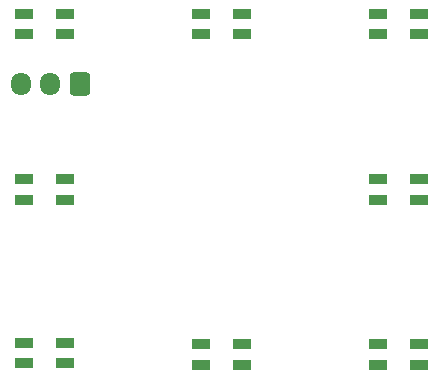
<source format=gbr>
%TF.GenerationSoftware,KiCad,Pcbnew,7.0.9-1.fc39*%
%TF.CreationDate,2023-12-06T14:15:38+00:00*%
%TF.ProjectId,LED PCB V2,4c454420-5043-4422-9056-322e6b696361,rev?*%
%TF.SameCoordinates,Original*%
%TF.FileFunction,Soldermask,Top*%
%TF.FilePolarity,Negative*%
%FSLAX46Y46*%
G04 Gerber Fmt 4.6, Leading zero omitted, Abs format (unit mm)*
G04 Created by KiCad (PCBNEW 7.0.9-1.fc39) date 2023-12-06 14:15:38*
%MOMM*%
%LPD*%
G01*
G04 APERTURE LIST*
G04 Aperture macros list*
%AMRoundRect*
0 Rectangle with rounded corners*
0 $1 Rounding radius*
0 $2 $3 $4 $5 $6 $7 $8 $9 X,Y pos of 4 corners*
0 Add a 4 corners polygon primitive as box body*
4,1,4,$2,$3,$4,$5,$6,$7,$8,$9,$2,$3,0*
0 Add four circle primitives for the rounded corners*
1,1,$1+$1,$2,$3*
1,1,$1+$1,$4,$5*
1,1,$1+$1,$6,$7*
1,1,$1+$1,$8,$9*
0 Add four rect primitives between the rounded corners*
20,1,$1+$1,$2,$3,$4,$5,0*
20,1,$1+$1,$4,$5,$6,$7,0*
20,1,$1+$1,$6,$7,$8,$9,0*
20,1,$1+$1,$8,$9,$2,$3,0*%
G04 Aperture macros list end*
%ADD10R,1.600000X0.850000*%
%ADD11O,1.700000X1.950000*%
%ADD12RoundRect,0.250000X0.600000X0.725000X-0.600000X0.725000X-0.600000X-0.725000X0.600000X-0.725000X0*%
G04 APERTURE END LIST*
D10*
%TO.C,D1*%
X98250000Y-44125000D03*
X98250000Y-45875000D03*
X101750000Y-45875000D03*
X101750000Y-44125000D03*
%TD*%
D11*
%TO.C,J1*%
X97970000Y-50050000D03*
X100470000Y-50050000D03*
D12*
X102970000Y-50050000D03*
%TD*%
D10*
%TO.C,D7*%
X128250000Y-44125000D03*
X128250000Y-45875000D03*
X131750000Y-45875000D03*
X131750000Y-44125000D03*
%TD*%
%TO.C,D3*%
X98250000Y-72000000D03*
X98250000Y-73750000D03*
X101750000Y-73750000D03*
X101750000Y-72000000D03*
%TD*%
%TO.C,D6*%
X128250000Y-58125000D03*
X128250000Y-59875000D03*
X131750000Y-59875000D03*
X131750000Y-58125000D03*
%TD*%
%TO.C,D8*%
X113250000Y-44125000D03*
X113250000Y-45875000D03*
X116750000Y-45875000D03*
X116750000Y-44125000D03*
%TD*%
%TO.C,D5*%
X128250000Y-72125000D03*
X128250000Y-73875000D03*
X131750000Y-73875000D03*
X131750000Y-72125000D03*
%TD*%
%TO.C,D4*%
X113250000Y-72125000D03*
X113250000Y-73875000D03*
X116750000Y-73875000D03*
X116750000Y-72125000D03*
%TD*%
%TO.C,D2*%
X101750000Y-58125000D03*
X101750000Y-59875000D03*
X98250000Y-59875000D03*
X98250000Y-58125000D03*
%TD*%
M02*

</source>
